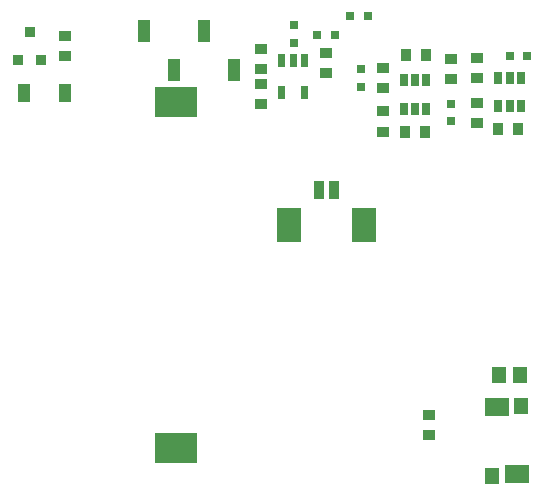
<source format=gbr>
%TF.GenerationSoftware,Altium Limited,Altium Designer,19.1.5 (86)*%
G04 Layer_Color=128*
%FSLAX45Y45*%
%MOMM*%
%TF.FileFunction,Paste,Bot*%
%TF.Part,Single*%
G01*
G75*
%TA.AperFunction,SMDPad,CuDef*%
%ADD17R,1.00000X1.91000*%
%ADD18R,2.00000X1.65000*%
%ADD19R,1.15000X1.40000*%
%ADD20R,1.00000X0.90000*%
%ADD21R,0.90000X1.00000*%
%ADD22R,1.20000X1.40000*%
%ADD24R,0.90000X0.95000*%
%ADD25R,0.90000X0.95001*%
%ADD26R,0.81000X1.60000*%
%ADD27R,2.10000X3.00000*%
%ADD28R,1.10000X1.60000*%
%ADD29R,0.80000X0.80000*%
%ADD30R,3.60000X2.60000*%
%ADD31R,0.65000X1.10000*%
%ADD33R,0.80000X0.80000*%
G36*
X2601972Y5189892D02*
Y5299892D01*
X2661972D01*
Y5189892D01*
X2601972D01*
D02*
G37*
G36*
X2791972D02*
Y5299892D01*
X2851972D01*
Y5189892D01*
X2791972D01*
D02*
G37*
G36*
X2661972Y5569892D02*
Y5459892D01*
X2601972D01*
Y5569892D01*
X2661972D01*
D02*
G37*
G36*
X2756972D02*
Y5459892D01*
X2696972D01*
Y5569892D01*
X2756972D01*
D02*
G37*
G36*
X2851972D02*
Y5459892D01*
X2791972D01*
Y5569892D01*
X2851972D01*
D02*
G37*
D17*
X2224024Y5437124D02*
D03*
X1970024Y5766124D02*
D03*
X1716024Y5437124D02*
D03*
X1462024Y5766124D02*
D03*
D18*
X4450000Y2579998D02*
D03*
X4620002Y2010002D02*
D03*
D19*
X4660002Y2590001D02*
D03*
X4410000Y1999999D02*
D03*
D20*
X3879999Y2515000D02*
D03*
Y2345002D02*
D03*
X4281334Y5534999D02*
D03*
Y5365001D02*
D03*
X795001Y5554999D02*
D03*
Y5725002D02*
D03*
X4064702Y5359413D02*
D03*
Y5529411D02*
D03*
X2458483Y5313084D02*
D03*
Y5143082D02*
D03*
X2458482Y5613084D02*
D03*
Y5443084D02*
D03*
X3004312Y5408676D02*
D03*
Y5578676D02*
D03*
X4281334Y5154999D02*
D03*
Y4985002D02*
D03*
X3491074Y5282968D02*
D03*
Y5452968D02*
D03*
X3491074Y5082970D02*
D03*
Y4912968D02*
D03*
D21*
X3676066Y4912868D02*
D03*
X3846068D02*
D03*
X4632047Y4938261D02*
D03*
X4462045D02*
D03*
X3853598Y5563108D02*
D03*
X3683598D02*
D03*
D22*
X4470000Y2850000D02*
D03*
X4650000D02*
D03*
D24*
X590003Y5522503D02*
D03*
X495002Y5757498D02*
D03*
D25*
X400000Y5522497D02*
D03*
D26*
X2944082Y4415282D02*
D03*
X3069082D02*
D03*
D27*
X2689082Y4125282D02*
D03*
X3324082D02*
D03*
D28*
X795001Y5239999D02*
D03*
X444999D02*
D03*
D29*
X4064702Y4999318D02*
D03*
Y5149320D02*
D03*
X3301072Y5292967D02*
D03*
Y5442969D02*
D03*
X2730246Y5666670D02*
D03*
Y5816670D02*
D03*
D30*
X1731518Y2231898D02*
D03*
Y5161895D02*
D03*
D31*
X3852226Y5107969D02*
D03*
X3757225D02*
D03*
X3662224D02*
D03*
Y5347968D02*
D03*
X3757225D02*
D03*
X3852226D02*
D03*
X4654998Y5130001D02*
D03*
X4560002D02*
D03*
X4465001D02*
D03*
Y5370000D02*
D03*
X4560002D02*
D03*
X4654998D02*
D03*
D33*
X2928224Y5732526D02*
D03*
X3078226D02*
D03*
X4560587Y5551204D02*
D03*
X4710589D02*
D03*
X3206680Y5889244D02*
D03*
X3356680D02*
D03*
%TF.MD5,e2c9e079f36b622c86594571e494ee84*%
M02*

</source>
